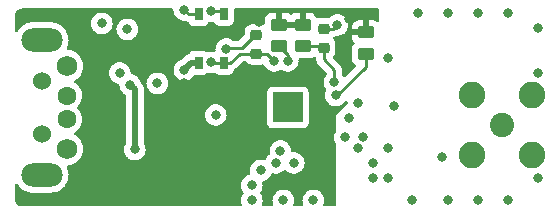
<source format=gbr>
G04 #@! TF.GenerationSoftware,KiCad,Pcbnew,6.0.4+dfsg-1+b1*
G04 #@! TF.CreationDate,2022-05-02T16:53:39-04:00*
G04 #@! TF.ProjectId,PortaNet,506f7274-614e-4657-942e-6b696361645f,4.0*
G04 #@! TF.SameCoordinates,Original*
G04 #@! TF.FileFunction,Copper,L4,Bot*
G04 #@! TF.FilePolarity,Positive*
%FSLAX46Y46*%
G04 Gerber Fmt 4.6, Leading zero omitted, Abs format (unit mm)*
G04 Created by KiCad (PCBNEW 6.0.4+dfsg-1+b1) date 2022-05-02 16:53:39*
%MOMM*%
%LPD*%
G01*
G04 APERTURE LIST*
G04 Aperture macros list*
%AMRoundRect*
0 Rectangle with rounded corners*
0 $1 Rounding radius*
0 $2 $3 $4 $5 $6 $7 $8 $9 X,Y pos of 4 corners*
0 Add a 4 corners polygon primitive as box body*
4,1,4,$2,$3,$4,$5,$6,$7,$8,$9,$2,$3,0*
0 Add four circle primitives for the rounded corners*
1,1,$1+$1,$2,$3*
1,1,$1+$1,$4,$5*
1,1,$1+$1,$6,$7*
1,1,$1+$1,$8,$9*
0 Add four rect primitives between the rounded corners*
20,1,$1+$1,$2,$3,$4,$5,0*
20,1,$1+$1,$4,$5,$6,$7,0*
20,1,$1+$1,$6,$7,$8,$9,0*
20,1,$1+$1,$8,$9,$2,$3,0*%
G04 Aperture macros list end*
G04 #@! TA.AperFunction,SMDPad,CuDef*
%ADD10R,0.650000X1.050000*%
G04 #@! TD*
G04 #@! TA.AperFunction,ComponentPad*
%ADD11C,2.050000*%
G04 #@! TD*
G04 #@! TA.AperFunction,ComponentPad*
%ADD12C,2.250000*%
G04 #@! TD*
G04 #@! TA.AperFunction,SMDPad,CuDef*
%ADD13RoundRect,0.225000X0.250000X-0.225000X0.250000X0.225000X-0.250000X0.225000X-0.250000X-0.225000X0*%
G04 #@! TD*
G04 #@! TA.AperFunction,SMDPad,CuDef*
%ADD14RoundRect,0.250000X0.450000X-0.262500X0.450000X0.262500X-0.450000X0.262500X-0.450000X-0.262500X0*%
G04 #@! TD*
G04 #@! TA.AperFunction,WasherPad*
%ADD15C,1.524000*%
G04 #@! TD*
G04 #@! TA.AperFunction,ComponentPad*
%ADD16C,1.750000*%
G04 #@! TD*
G04 #@! TA.AperFunction,ComponentPad*
%ADD17C,1.600000*%
G04 #@! TD*
G04 #@! TA.AperFunction,ComponentPad*
%ADD18O,3.500000X2.000000*%
G04 #@! TD*
G04 #@! TA.AperFunction,ComponentPad*
%ADD19C,0.500000*%
G04 #@! TD*
G04 #@! TA.AperFunction,SMDPad,CuDef*
%ADD20R,2.500000X2.500000*%
G04 #@! TD*
G04 #@! TA.AperFunction,ViaPad*
%ADD21C,0.800000*%
G04 #@! TD*
G04 #@! TA.AperFunction,Conductor*
%ADD22C,0.250000*%
G04 #@! TD*
G04 #@! TA.AperFunction,Conductor*
%ADD23C,0.500000*%
G04 #@! TD*
G04 APERTURE END LIST*
D10*
X157412000Y-67607000D03*
X157412000Y-63457000D03*
X155262000Y-67607000D03*
X155262000Y-63482000D03*
D11*
X180975000Y-72898000D03*
D12*
X183515000Y-75438000D03*
X178435000Y-70358000D03*
X178435000Y-75438000D03*
X183515000Y-70358000D03*
D13*
X160147000Y-66815000D03*
X160147000Y-65265000D03*
D14*
X169418000Y-65000500D03*
X169418000Y-66825500D03*
D15*
X141986000Y-69124000D03*
X141986000Y-73624000D03*
D16*
X144086000Y-74874000D03*
D17*
X144086000Y-72374000D03*
X144086000Y-70374000D03*
D16*
X144086000Y-67874000D03*
D18*
X141986000Y-77074000D03*
X141986000Y-65674000D03*
D19*
X162814000Y-70374000D03*
X163814000Y-72374000D03*
X161814000Y-71374000D03*
X161814000Y-70374000D03*
X162814000Y-71374000D03*
X163814000Y-70374000D03*
D20*
X162814000Y-71374000D03*
D19*
X163814000Y-71374000D03*
X161814000Y-72374000D03*
X162814000Y-72374000D03*
D13*
X165862000Y-66307000D03*
X165862000Y-64757000D03*
D14*
X162052000Y-66190500D03*
X162052000Y-64365500D03*
X164084000Y-66190500D03*
X164084000Y-64365500D03*
D21*
X154940000Y-69342000D03*
X153162000Y-69342000D03*
X149860000Y-74930000D03*
X149479000Y-69469000D03*
X175895000Y-75565000D03*
X171831000Y-71247000D03*
X154051000Y-68199000D03*
X158369000Y-72009000D03*
X156718000Y-72009000D03*
X154051000Y-69342000D03*
X151765000Y-69342000D03*
X148590000Y-68453000D03*
X147066000Y-64262000D03*
X154051000Y-63119000D03*
X149225000Y-64770000D03*
X156337000Y-63246000D03*
X156337000Y-67564000D03*
X157607000Y-66421000D03*
X160401000Y-64135000D03*
X168021000Y-63881000D03*
X167005000Y-64389000D03*
X171323000Y-67183000D03*
X178943000Y-63373000D03*
X176403000Y-63373000D03*
X184023000Y-64643000D03*
X184023000Y-68453000D03*
X184023000Y-77343000D03*
X181483000Y-63373000D03*
X181483000Y-79248000D03*
X178943000Y-79248000D03*
X176403000Y-79248000D03*
X169164000Y-73914000D03*
X161798000Y-76073000D03*
X173355000Y-79248000D03*
X171323000Y-77343000D03*
X171323000Y-74803000D03*
X173863000Y-63373000D03*
X168783000Y-70993000D03*
X168021000Y-72263000D03*
X166370000Y-74422000D03*
X162179000Y-75057000D03*
X160528000Y-76708000D03*
X159766000Y-77978000D03*
X167640000Y-73914000D03*
X168783000Y-74803000D03*
X170053000Y-76073000D03*
X170053000Y-77343000D03*
X164973000Y-79248000D03*
X162433000Y-79248000D03*
X159766000Y-79248000D03*
X163322000Y-76073000D03*
X166878000Y-70358000D03*
X166751000Y-69215000D03*
X162814000Y-67437000D03*
X161671000Y-67437000D03*
D22*
X165862000Y-64757000D02*
X166637000Y-64757000D01*
X166637000Y-64757000D02*
X167005000Y-64389000D01*
X160147000Y-66815000D02*
X161049000Y-66815000D01*
X161049000Y-66815000D02*
X161671000Y-67437000D01*
X165862000Y-66307000D02*
X165862000Y-67310000D01*
X165862000Y-67310000D02*
X166751000Y-68199000D01*
X166751000Y-68199000D02*
X166751000Y-69215000D01*
X164084000Y-66190500D02*
X165745500Y-66190500D01*
X165745500Y-66190500D02*
X165862000Y-66307000D01*
X162814000Y-67437000D02*
X162814000Y-66929000D01*
X162814000Y-66929000D02*
X162075500Y-66190500D01*
X162075500Y-66190500D02*
X162052000Y-66190500D01*
D23*
X149860000Y-74930000D02*
X149860000Y-69850000D01*
X149860000Y-69850000D02*
X149479000Y-69469000D01*
X155262000Y-67607000D02*
X154643000Y-67607000D01*
X154643000Y-67607000D02*
X154051000Y-68199000D01*
D22*
X155262000Y-63482000D02*
X154414000Y-63482000D01*
X154414000Y-63482000D02*
X154051000Y-63119000D01*
X156337000Y-63246000D02*
X157201000Y-63246000D01*
X157201000Y-63246000D02*
X157412000Y-63457000D01*
X157412000Y-67607000D02*
X156380000Y-67607000D01*
X156380000Y-67607000D02*
X156337000Y-67564000D01*
X157607000Y-66421000D02*
X157662520Y-66365480D01*
X157662520Y-66365480D02*
X158932520Y-66365480D01*
X158932520Y-66365480D02*
X160033000Y-65265000D01*
X160033000Y-65265000D02*
X160147000Y-65265000D01*
X160147000Y-66815000D02*
X158737000Y-66815000D01*
X158737000Y-66815000D02*
X157945000Y-67607000D01*
X157945000Y-67607000D02*
X157412000Y-67607000D01*
X169418000Y-66825500D02*
X169418000Y-67945000D01*
X167005000Y-70358000D02*
X166878000Y-70358000D01*
X169418000Y-67945000D02*
X167005000Y-70358000D01*
G04 #@! TA.AperFunction,Conductor*
G36*
X153080307Y-63012502D02*
G01*
X153126800Y-63066158D01*
X153137756Y-63116524D01*
X153137496Y-63119000D01*
X153157458Y-63308928D01*
X153216473Y-63490556D01*
X153219776Y-63496278D01*
X153219777Y-63496279D01*
X153229892Y-63513799D01*
X153311960Y-63655944D01*
X153316378Y-63660851D01*
X153316379Y-63660852D01*
X153418477Y-63774243D01*
X153439747Y-63797866D01*
X153458229Y-63811294D01*
X153581982Y-63901206D01*
X153594248Y-63910118D01*
X153600276Y-63912802D01*
X153600278Y-63912803D01*
X153757412Y-63982763D01*
X153768712Y-63987794D01*
X153862113Y-64007647D01*
X153949056Y-64026128D01*
X153949061Y-64026128D01*
X153955513Y-64027500D01*
X154053361Y-64027500D01*
X154103396Y-64037861D01*
X154129548Y-64049178D01*
X154140188Y-64054391D01*
X154178940Y-64075695D01*
X154186616Y-64077666D01*
X154186619Y-64077667D01*
X154198562Y-64080733D01*
X154217266Y-64087137D01*
X154217530Y-64087251D01*
X154235855Y-64095181D01*
X154243678Y-64096420D01*
X154243688Y-64096423D01*
X154279524Y-64102099D01*
X154291144Y-64104505D01*
X154318390Y-64111500D01*
X154333970Y-64115500D01*
X154347246Y-64115500D01*
X154415367Y-64135502D01*
X154461860Y-64189158D01*
X154465228Y-64197270D01*
X154473861Y-64220297D01*
X154486385Y-64253705D01*
X154573739Y-64370261D01*
X154690295Y-64457615D01*
X154826684Y-64508745D01*
X154888866Y-64515500D01*
X155635134Y-64515500D01*
X155697316Y-64508745D01*
X155833705Y-64457615D01*
X155950261Y-64370261D01*
X156037615Y-64253705D01*
X156040768Y-64245295D01*
X156049032Y-64223251D01*
X156091673Y-64166486D01*
X156158235Y-64141786D01*
X156193211Y-64144233D01*
X156235056Y-64153128D01*
X156235061Y-64153128D01*
X156241513Y-64154500D01*
X156432487Y-64154500D01*
X156438939Y-64153128D01*
X156438944Y-64153128D01*
X156489469Y-64142388D01*
X156560260Y-64147790D01*
X156616892Y-64190607D01*
X156628799Y-64212493D01*
X156628923Y-64212425D01*
X156633233Y-64220296D01*
X156636385Y-64228705D01*
X156723739Y-64345261D01*
X156840295Y-64432615D01*
X156976684Y-64483745D01*
X157038866Y-64490500D01*
X157785134Y-64490500D01*
X157847316Y-64483745D01*
X157983705Y-64432615D01*
X158100261Y-64345261D01*
X158187615Y-64228705D01*
X158238745Y-64092316D01*
X158245500Y-64030134D01*
X158245500Y-63118500D01*
X158265502Y-63050379D01*
X158319158Y-63003886D01*
X158371500Y-62992500D01*
X170435000Y-62992500D01*
X170503121Y-63012502D01*
X170549614Y-63066158D01*
X170561000Y-63118500D01*
X170561000Y-64054899D01*
X170540998Y-64123020D01*
X170487342Y-64169513D01*
X170417068Y-64179617D01*
X170352488Y-64150123D01*
X170346264Y-64144335D01*
X170334760Y-64135249D01*
X170196757Y-64050184D01*
X170183576Y-64044037D01*
X170029290Y-63992862D01*
X170015914Y-63989995D01*
X169921562Y-63980328D01*
X169915145Y-63980000D01*
X169690115Y-63980000D01*
X169674876Y-63984475D01*
X169673671Y-63985865D01*
X169672000Y-63993548D01*
X169672000Y-65128500D01*
X169651998Y-65196621D01*
X169598342Y-65243114D01*
X169546000Y-65254500D01*
X168228116Y-65254500D01*
X168212877Y-65258975D01*
X168211672Y-65260365D01*
X168210001Y-65268048D01*
X168210001Y-65310095D01*
X168210338Y-65316614D01*
X168220257Y-65412206D01*
X168223149Y-65425600D01*
X168274588Y-65579784D01*
X168280761Y-65592962D01*
X168366063Y-65730807D01*
X168375099Y-65742208D01*
X168456462Y-65823430D01*
X168490541Y-65885713D01*
X168485538Y-65956533D01*
X168456617Y-66001620D01*
X168373870Y-66084512D01*
X168373866Y-66084517D01*
X168368695Y-66089697D01*
X168364855Y-66095927D01*
X168364854Y-66095928D01*
X168285420Y-66224794D01*
X168275885Y-66240262D01*
X168273581Y-66247209D01*
X168225105Y-66393361D01*
X168220203Y-66408139D01*
X168219503Y-66414975D01*
X168219502Y-66414978D01*
X168215091Y-66458031D01*
X168209500Y-66512600D01*
X168209500Y-67138400D01*
X168209837Y-67141646D01*
X168209837Y-67141650D01*
X168217758Y-67217985D01*
X168220474Y-67244166D01*
X168222655Y-67250702D01*
X168222655Y-67250704D01*
X168261021Y-67365699D01*
X168276450Y-67411946D01*
X168369522Y-67562348D01*
X168494697Y-67687305D01*
X168500927Y-67691145D01*
X168500928Y-67691146D01*
X168535379Y-67712382D01*
X168582873Y-67765155D01*
X168594296Y-67835226D01*
X168566021Y-67900350D01*
X168558358Y-67908737D01*
X167715592Y-68751503D01*
X167653280Y-68785529D01*
X167582465Y-68780464D01*
X167525629Y-68737917D01*
X167517386Y-68725421D01*
X167490040Y-68678056D01*
X167416863Y-68596785D01*
X167386147Y-68532779D01*
X167384500Y-68512476D01*
X167384500Y-68277767D01*
X167385027Y-68266584D01*
X167386702Y-68259091D01*
X167384562Y-68191000D01*
X167384500Y-68187043D01*
X167384500Y-68159144D01*
X167383996Y-68155153D01*
X167383063Y-68143311D01*
X167382201Y-68115866D01*
X167381674Y-68099111D01*
X167379462Y-68091497D01*
X167379461Y-68091492D01*
X167376023Y-68079659D01*
X167372012Y-68060295D01*
X167370467Y-68048064D01*
X167369474Y-68040203D01*
X167366557Y-68032836D01*
X167366556Y-68032831D01*
X167353198Y-67999092D01*
X167349354Y-67987865D01*
X167339230Y-67953022D01*
X167337018Y-67945407D01*
X167326707Y-67927972D01*
X167318012Y-67910224D01*
X167310552Y-67891383D01*
X167300368Y-67877365D01*
X167284564Y-67855613D01*
X167278048Y-67845693D01*
X167259580Y-67814465D01*
X167259578Y-67814462D01*
X167255542Y-67807638D01*
X167241221Y-67793317D01*
X167228380Y-67778283D01*
X167226212Y-67775299D01*
X167216472Y-67761893D01*
X167210367Y-67756842D01*
X167210362Y-67756837D01*
X167182402Y-67733706D01*
X167173624Y-67725719D01*
X166916407Y-67468502D01*
X166653708Y-67205804D01*
X166619683Y-67143491D01*
X166624747Y-67072676D01*
X166653630Y-67027690D01*
X166669490Y-67011803D01*
X166691552Y-66989702D01*
X166706541Y-66965385D01*
X166777462Y-66850331D01*
X166777463Y-66850329D01*
X166781302Y-66844101D01*
X166835149Y-66681757D01*
X166845500Y-66580732D01*
X166845500Y-66033268D01*
X166834887Y-65930981D01*
X166799005Y-65823430D01*
X166783073Y-65775676D01*
X166783072Y-65775674D01*
X166780756Y-65768732D01*
X166767336Y-65747045D01*
X166694605Y-65629513D01*
X166694604Y-65629512D01*
X166690752Y-65623287D01*
X166685570Y-65618114D01*
X166681025Y-65612380D01*
X166682945Y-65610858D01*
X166654455Y-65558794D01*
X166659456Y-65487974D01*
X166682882Y-65451448D01*
X166681843Y-65450628D01*
X166686381Y-65444882D01*
X166691552Y-65439702D01*
X166695393Y-65433471D01*
X166699930Y-65427726D01*
X166701491Y-65428959D01*
X166746812Y-65388171D01*
X166785507Y-65376774D01*
X166787931Y-65376468D01*
X166787933Y-65376468D01*
X166795797Y-65375474D01*
X166803168Y-65372555D01*
X166803170Y-65372555D01*
X166836912Y-65359196D01*
X166848142Y-65355351D01*
X166882983Y-65345229D01*
X166882984Y-65345229D01*
X166890593Y-65343018D01*
X166897412Y-65338985D01*
X166897417Y-65338983D01*
X166908028Y-65332707D01*
X166925776Y-65324012D01*
X166944617Y-65316552D01*
X166949679Y-65312875D01*
X167009561Y-65297500D01*
X167100487Y-65297500D01*
X167106939Y-65296128D01*
X167106944Y-65296128D01*
X167193888Y-65277647D01*
X167287288Y-65257794D01*
X167294628Y-65254526D01*
X167455722Y-65182803D01*
X167455724Y-65182802D01*
X167461752Y-65180118D01*
X167476367Y-65169500D01*
X167533336Y-65128109D01*
X167616253Y-65067866D01*
X167649689Y-65030732D01*
X167739621Y-64930852D01*
X167739622Y-64930851D01*
X167744040Y-64925944D01*
X167830284Y-64776565D01*
X167836223Y-64766279D01*
X167836224Y-64766278D01*
X167839527Y-64760556D01*
X167849980Y-64728385D01*
X168210000Y-64728385D01*
X168214475Y-64743624D01*
X168215865Y-64744829D01*
X168223548Y-64746500D01*
X169145885Y-64746500D01*
X169161124Y-64742025D01*
X169162329Y-64740635D01*
X169164000Y-64732952D01*
X169164000Y-63998116D01*
X169159525Y-63982877D01*
X169158135Y-63981672D01*
X169150452Y-63980001D01*
X168920905Y-63980001D01*
X168914386Y-63980338D01*
X168818794Y-63990257D01*
X168805400Y-63993149D01*
X168651216Y-64044588D01*
X168638038Y-64050761D01*
X168500193Y-64136063D01*
X168488792Y-64145099D01*
X168374261Y-64259829D01*
X168365249Y-64271240D01*
X168280184Y-64409243D01*
X168274037Y-64422424D01*
X168222862Y-64576710D01*
X168219995Y-64590086D01*
X168210328Y-64684438D01*
X168210000Y-64690855D01*
X168210000Y-64728385D01*
X167849980Y-64728385D01*
X167898542Y-64578928D01*
X167902020Y-64545842D01*
X167917814Y-64395565D01*
X167918504Y-64389000D01*
X167916394Y-64368927D01*
X167899232Y-64205635D01*
X167899232Y-64205633D01*
X167898542Y-64199072D01*
X167839527Y-64017444D01*
X167744040Y-63852056D01*
X167698744Y-63801749D01*
X167620675Y-63715045D01*
X167620674Y-63715044D01*
X167616253Y-63710134D01*
X167488516Y-63617327D01*
X167467094Y-63601763D01*
X167467093Y-63601762D01*
X167461752Y-63597882D01*
X167455724Y-63595198D01*
X167455722Y-63595197D01*
X167293319Y-63522891D01*
X167293318Y-63522891D01*
X167287288Y-63520206D01*
X167174721Y-63496279D01*
X167106944Y-63481872D01*
X167106939Y-63481872D01*
X167100487Y-63480500D01*
X166909513Y-63480500D01*
X166903061Y-63481872D01*
X166903056Y-63481872D01*
X166835279Y-63496279D01*
X166722712Y-63520206D01*
X166716682Y-63522891D01*
X166716681Y-63522891D01*
X166554278Y-63595197D01*
X166554276Y-63595198D01*
X166548248Y-63597882D01*
X166542907Y-63601762D01*
X166542906Y-63601763D01*
X166449368Y-63669723D01*
X166393747Y-63710134D01*
X166389334Y-63715036D01*
X166389332Y-63715037D01*
X166344040Y-63765339D01*
X166283594Y-63802578D01*
X166237562Y-63806372D01*
X166160732Y-63798500D01*
X165563268Y-63798500D01*
X165560022Y-63798837D01*
X165560018Y-63798837D01*
X165531954Y-63801749D01*
X165460981Y-63809113D01*
X165374655Y-63837914D01*
X165303705Y-63840498D01*
X165242621Y-63804314D01*
X165225520Y-63779005D01*
X165225094Y-63779268D01*
X165135937Y-63635193D01*
X165126901Y-63623792D01*
X165012171Y-63509261D01*
X165000760Y-63500249D01*
X164862757Y-63415184D01*
X164849576Y-63409037D01*
X164695290Y-63357862D01*
X164681914Y-63354995D01*
X164587562Y-63345328D01*
X164581145Y-63345000D01*
X164356115Y-63345000D01*
X164340876Y-63349475D01*
X164339671Y-63350865D01*
X164338000Y-63358548D01*
X164338000Y-64493500D01*
X164317998Y-64561621D01*
X164264342Y-64608114D01*
X164212000Y-64619500D01*
X161924000Y-64619500D01*
X161855879Y-64599498D01*
X161809386Y-64545842D01*
X161798000Y-64493500D01*
X161798000Y-64093385D01*
X162306000Y-64093385D01*
X162310475Y-64108624D01*
X162311865Y-64109829D01*
X162319548Y-64111500D01*
X163811885Y-64111500D01*
X163827124Y-64107025D01*
X163828329Y-64105635D01*
X163830000Y-64097952D01*
X163830000Y-63363116D01*
X163825525Y-63347877D01*
X163824135Y-63346672D01*
X163816452Y-63345001D01*
X163586905Y-63345001D01*
X163580386Y-63345338D01*
X163484794Y-63355257D01*
X163471400Y-63358149D01*
X163317216Y-63409588D01*
X163304038Y-63415761D01*
X163166193Y-63501063D01*
X163149055Y-63514646D01*
X163147704Y-63512942D01*
X163094786Y-63541896D01*
X163023966Y-63536893D01*
X162986606Y-63512926D01*
X162985917Y-63513799D01*
X162968760Y-63500249D01*
X162830757Y-63415184D01*
X162817576Y-63409037D01*
X162663290Y-63357862D01*
X162649914Y-63354995D01*
X162555562Y-63345328D01*
X162549145Y-63345000D01*
X162324115Y-63345000D01*
X162308876Y-63349475D01*
X162307671Y-63350865D01*
X162306000Y-63358548D01*
X162306000Y-64093385D01*
X161798000Y-64093385D01*
X161798000Y-63363116D01*
X161793525Y-63347877D01*
X161792135Y-63346672D01*
X161784452Y-63345001D01*
X161554905Y-63345001D01*
X161548386Y-63345338D01*
X161452794Y-63355257D01*
X161439400Y-63358149D01*
X161285216Y-63409588D01*
X161272038Y-63415761D01*
X161134193Y-63501063D01*
X161122792Y-63510099D01*
X161008261Y-63624829D01*
X160999249Y-63636240D01*
X160914184Y-63774243D01*
X160908037Y-63787424D01*
X160856862Y-63941710D01*
X160853995Y-63955086D01*
X160844328Y-64049438D01*
X160844000Y-64055855D01*
X160844000Y-64240900D01*
X160823998Y-64309021D01*
X160770342Y-64355514D01*
X160700068Y-64365618D01*
X160678336Y-64360494D01*
X160546757Y-64316851D01*
X160539920Y-64316151D01*
X160539918Y-64316150D01*
X160498599Y-64311917D01*
X160445732Y-64306500D01*
X159848268Y-64306500D01*
X159845022Y-64306837D01*
X159845018Y-64306837D01*
X159810917Y-64310375D01*
X159745981Y-64317113D01*
X159739440Y-64319295D01*
X159739441Y-64319295D01*
X159590676Y-64368927D01*
X159590674Y-64368928D01*
X159583732Y-64371244D01*
X159577508Y-64375096D01*
X159577507Y-64375096D01*
X159534225Y-64401880D01*
X159438287Y-64461248D01*
X159317448Y-64582298D01*
X159227698Y-64727899D01*
X159173851Y-64890243D01*
X159163500Y-64991268D01*
X159163500Y-65186405D01*
X159143498Y-65254526D01*
X159126595Y-65275501D01*
X158707019Y-65695076D01*
X158644707Y-65729101D01*
X158617924Y-65731980D01*
X158245217Y-65731980D01*
X158177096Y-65711978D01*
X158171156Y-65707916D01*
X158069094Y-65633763D01*
X158069093Y-65633762D01*
X158063752Y-65629882D01*
X158057724Y-65627198D01*
X158057722Y-65627197D01*
X157895319Y-65554891D01*
X157895318Y-65554891D01*
X157889288Y-65552206D01*
X157794486Y-65532055D01*
X157708944Y-65513872D01*
X157708939Y-65513872D01*
X157702487Y-65512500D01*
X157511513Y-65512500D01*
X157505061Y-65513872D01*
X157505056Y-65513872D01*
X157419514Y-65532055D01*
X157324712Y-65552206D01*
X157318682Y-65554891D01*
X157318681Y-65554891D01*
X157156278Y-65627197D01*
X157156276Y-65627198D01*
X157150248Y-65629882D01*
X157144907Y-65633762D01*
X157144906Y-65633763D01*
X157136093Y-65640166D01*
X156995747Y-65742134D01*
X156991326Y-65747044D01*
X156991325Y-65747045D01*
X156886307Y-65863680D01*
X156867960Y-65884056D01*
X156826115Y-65956533D01*
X156779927Y-66036534D01*
X156772473Y-66049444D01*
X156713458Y-66231072D01*
X156712768Y-66237633D01*
X156712768Y-66237635D01*
X156704720Y-66314206D01*
X156693496Y-66421000D01*
X156705325Y-66533541D01*
X156706543Y-66545131D01*
X156693771Y-66614970D01*
X156645269Y-66666816D01*
X156576436Y-66684211D01*
X156555039Y-66681549D01*
X156514494Y-66672931D01*
X156438944Y-66656872D01*
X156438939Y-66656872D01*
X156432487Y-66655500D01*
X156241513Y-66655500D01*
X156235061Y-66656872D01*
X156235056Y-66656872D01*
X156150159Y-66674918D01*
X156054712Y-66695206D01*
X156048679Y-66697892D01*
X156048673Y-66697894D01*
X156037087Y-66703052D01*
X155966720Y-66712486D01*
X155910275Y-66688771D01*
X155867712Y-66656872D01*
X155833705Y-66631385D01*
X155697316Y-66580255D01*
X155635134Y-66573500D01*
X154888866Y-66573500D01*
X154826684Y-66580255D01*
X154690295Y-66631385D01*
X154573739Y-66718739D01*
X154568358Y-66725919D01*
X154486672Y-66834912D01*
X154428839Y-66877785D01*
X154398707Y-66888723D01*
X154394545Y-66890152D01*
X154332064Y-66910393D01*
X154332062Y-66910394D01*
X154325101Y-66912649D01*
X154318846Y-66916445D01*
X154313372Y-66918951D01*
X154307942Y-66921670D01*
X154301063Y-66924167D01*
X154240016Y-66964191D01*
X154236327Y-66966518D01*
X154216135Y-66978771D01*
X154178693Y-67001491D01*
X154178688Y-67001495D01*
X154173892Y-67004405D01*
X154165516Y-67011803D01*
X154165493Y-67011777D01*
X154162503Y-67014426D01*
X154159264Y-67017134D01*
X154153148Y-67021144D01*
X154148121Y-67026451D01*
X154148117Y-67026454D01*
X154099872Y-67077383D01*
X154097494Y-67079825D01*
X153894669Y-67282650D01*
X153831772Y-67316801D01*
X153775176Y-67328831D01*
X153775167Y-67328834D01*
X153768712Y-67330206D01*
X153762682Y-67332891D01*
X153762681Y-67332891D01*
X153600278Y-67405197D01*
X153600276Y-67405198D01*
X153594248Y-67407882D01*
X153588907Y-67411762D01*
X153588906Y-67411763D01*
X153564715Y-67429339D01*
X153439747Y-67520134D01*
X153435326Y-67525044D01*
X153435325Y-67525045D01*
X153319766Y-67653387D01*
X153311960Y-67662056D01*
X153270593Y-67733706D01*
X153231148Y-67802027D01*
X153216473Y-67827444D01*
X153157458Y-68009072D01*
X153156768Y-68015633D01*
X153156768Y-68015635D01*
X153145469Y-68123145D01*
X153137496Y-68199000D01*
X153138186Y-68205565D01*
X153156530Y-68380095D01*
X153157458Y-68388928D01*
X153216473Y-68570556D01*
X153219776Y-68576278D01*
X153219777Y-68576279D01*
X153232799Y-68598834D01*
X153311960Y-68735944D01*
X153316378Y-68740851D01*
X153316379Y-68740852D01*
X153403600Y-68837721D01*
X153439747Y-68877866D01*
X153466391Y-68897224D01*
X153575820Y-68976729D01*
X153594248Y-68990118D01*
X153600276Y-68992802D01*
X153600278Y-68992803D01*
X153672756Y-69025072D01*
X153768712Y-69067794D01*
X153845242Y-69084061D01*
X153949056Y-69106128D01*
X153949061Y-69106128D01*
X153955513Y-69107500D01*
X154146487Y-69107500D01*
X154152939Y-69106128D01*
X154152944Y-69106128D01*
X154256758Y-69084061D01*
X154333288Y-69067794D01*
X154429244Y-69025072D01*
X154501722Y-68992803D01*
X154501724Y-68992802D01*
X154507752Y-68990118D01*
X154526181Y-68976729D01*
X154635609Y-68897224D01*
X154662253Y-68877866D01*
X154698400Y-68837721D01*
X154785621Y-68740852D01*
X154785622Y-68740851D01*
X154790040Y-68735944D01*
X154808772Y-68703499D01*
X154860156Y-68654506D01*
X154917891Y-68640500D01*
X155635134Y-68640500D01*
X155697316Y-68633745D01*
X155833705Y-68582615D01*
X155950261Y-68495261D01*
X155956715Y-68486649D01*
X155958137Y-68485586D01*
X155961992Y-68481731D01*
X155962548Y-68482287D01*
X156013571Y-68444133D01*
X156083740Y-68438964D01*
X156099947Y-68442409D01*
X156235056Y-68471128D01*
X156235061Y-68471128D01*
X156241513Y-68472500D01*
X156432487Y-68472500D01*
X156438939Y-68471128D01*
X156438944Y-68471128D01*
X156574053Y-68442409D01*
X156590260Y-68438964D01*
X156661051Y-68444366D01*
X156711466Y-68482273D01*
X156712008Y-68481731D01*
X156715839Y-68485562D01*
X156717285Y-68486649D01*
X156723739Y-68495261D01*
X156840295Y-68582615D01*
X156976684Y-68633745D01*
X157038866Y-68640500D01*
X157785134Y-68640500D01*
X157847316Y-68633745D01*
X157983705Y-68582615D01*
X158100261Y-68495261D01*
X158187615Y-68378705D01*
X158238745Y-68242316D01*
X158240410Y-68226989D01*
X158267650Y-68161426D01*
X158301533Y-68132140D01*
X158329535Y-68115580D01*
X158329538Y-68115578D01*
X158336362Y-68111542D01*
X158350683Y-68097221D01*
X158365717Y-68084380D01*
X158375694Y-68077131D01*
X158382107Y-68072472D01*
X158410298Y-68038395D01*
X158418288Y-68029616D01*
X158962499Y-67485405D01*
X159024811Y-67451379D01*
X159051594Y-67448500D01*
X159218621Y-67448500D01*
X159286742Y-67468502D01*
X159315884Y-67494894D01*
X159318248Y-67498713D01*
X159439298Y-67619552D01*
X159445528Y-67623392D01*
X159445529Y-67623393D01*
X159560943Y-67694535D01*
X159584899Y-67709302D01*
X159747243Y-67763149D01*
X159754080Y-67763849D01*
X159754082Y-67763850D01*
X159795401Y-67768083D01*
X159848268Y-67773500D01*
X160445732Y-67773500D01*
X160448978Y-67773163D01*
X160448982Y-67773163D01*
X160483083Y-67769625D01*
X160548019Y-67762887D01*
X160573703Y-67754318D01*
X160674409Y-67720720D01*
X160745358Y-67718135D01*
X160806442Y-67754318D01*
X160831262Y-67796459D01*
X160831747Y-67796243D01*
X160833644Y-67800504D01*
X160834118Y-67801309D01*
X160836473Y-67808556D01*
X160839776Y-67814278D01*
X160839777Y-67814279D01*
X160857651Y-67845238D01*
X160931960Y-67973944D01*
X160936378Y-67978851D01*
X160936379Y-67978852D01*
X161037808Y-68091500D01*
X161059747Y-68115866D01*
X161113822Y-68155154D01*
X161183207Y-68205565D01*
X161214248Y-68228118D01*
X161220276Y-68230802D01*
X161220278Y-68230803D01*
X161382681Y-68303109D01*
X161388712Y-68305794D01*
X161457056Y-68320321D01*
X161569056Y-68344128D01*
X161569061Y-68344128D01*
X161575513Y-68345500D01*
X161766487Y-68345500D01*
X161772939Y-68344128D01*
X161772944Y-68344128D01*
X161884944Y-68320321D01*
X161953288Y-68305794D01*
X161959319Y-68303109D01*
X162121722Y-68230803D01*
X162121724Y-68230802D01*
X162127752Y-68228118D01*
X162133397Y-68224017D01*
X162168439Y-68198557D01*
X162235306Y-68174699D01*
X162304458Y-68190779D01*
X162316561Y-68198557D01*
X162351604Y-68224017D01*
X162357248Y-68228118D01*
X162363276Y-68230802D01*
X162363278Y-68230803D01*
X162525681Y-68303109D01*
X162531712Y-68305794D01*
X162600056Y-68320321D01*
X162712056Y-68344128D01*
X162712061Y-68344128D01*
X162718513Y-68345500D01*
X162909487Y-68345500D01*
X162915939Y-68344128D01*
X162915944Y-68344128D01*
X163027944Y-68320321D01*
X163096288Y-68305794D01*
X163102319Y-68303109D01*
X163264722Y-68230803D01*
X163264724Y-68230802D01*
X163270752Y-68228118D01*
X163301794Y-68205565D01*
X163371178Y-68155154D01*
X163425253Y-68115866D01*
X163447192Y-68091500D01*
X163548621Y-67978852D01*
X163548622Y-67978851D01*
X163553040Y-67973944D01*
X163627349Y-67845238D01*
X163645223Y-67814279D01*
X163645224Y-67814278D01*
X163648527Y-67808556D01*
X163707542Y-67626928D01*
X163709296Y-67610246D01*
X163726814Y-67443565D01*
X163727504Y-67437000D01*
X163718430Y-67350669D01*
X163731202Y-67280833D01*
X163779704Y-67228986D01*
X163843740Y-67211500D01*
X164584400Y-67211500D01*
X164587646Y-67211163D01*
X164587650Y-67211163D01*
X164683308Y-67201238D01*
X164683312Y-67201237D01*
X164690166Y-67200526D01*
X164696702Y-67198345D01*
X164696704Y-67198345D01*
X164850998Y-67146868D01*
X164857946Y-67144550D01*
X164947486Y-67089141D01*
X164976527Y-67071170D01*
X165044979Y-67052332D01*
X165112749Y-67073493D01*
X165131847Y-67089140D01*
X165154298Y-67111552D01*
X165160530Y-67115394D01*
X165160532Y-67115395D01*
X165168617Y-67120379D01*
X165216110Y-67173152D01*
X165228500Y-67227638D01*
X165228500Y-67231233D01*
X165227973Y-67242416D01*
X165226298Y-67249909D01*
X165226547Y-67257835D01*
X165226547Y-67257836D01*
X165228438Y-67317986D01*
X165228500Y-67321945D01*
X165228500Y-67349856D01*
X165228997Y-67353790D01*
X165228997Y-67353791D01*
X165229005Y-67353856D01*
X165229938Y-67365693D01*
X165231327Y-67409889D01*
X165236187Y-67426617D01*
X165236978Y-67429339D01*
X165240987Y-67448700D01*
X165243526Y-67468797D01*
X165246445Y-67476168D01*
X165246445Y-67476170D01*
X165259804Y-67509912D01*
X165263649Y-67521142D01*
X165273771Y-67555983D01*
X165275982Y-67563593D01*
X165280015Y-67570412D01*
X165280017Y-67570417D01*
X165286293Y-67581028D01*
X165294988Y-67598776D01*
X165302448Y-67617617D01*
X165307110Y-67624033D01*
X165307110Y-67624034D01*
X165328436Y-67653387D01*
X165334952Y-67663307D01*
X165349145Y-67687305D01*
X165357458Y-67701362D01*
X165371779Y-67715683D01*
X165384619Y-67730716D01*
X165396528Y-67747107D01*
X165402633Y-67752158D01*
X165402638Y-67752163D01*
X165430604Y-67775299D01*
X165439382Y-67783287D01*
X166080065Y-68423970D01*
X166114091Y-68486282D01*
X166109026Y-68557097D01*
X166084609Y-68597371D01*
X166011960Y-68678056D01*
X165916473Y-68843444D01*
X165857458Y-69025072D01*
X165856768Y-69031633D01*
X165856768Y-69031635D01*
X165844770Y-69145794D01*
X165837496Y-69215000D01*
X165838186Y-69221565D01*
X165853966Y-69371699D01*
X165857458Y-69404928D01*
X165916473Y-69586556D01*
X166011960Y-69751944D01*
X166052400Y-69796858D01*
X166083116Y-69860863D01*
X166074352Y-69931317D01*
X166067882Y-69944166D01*
X166046777Y-69980721D01*
X166043473Y-69986444D01*
X165984458Y-70168072D01*
X165983768Y-70174633D01*
X165983768Y-70174635D01*
X165974154Y-70266106D01*
X165964496Y-70358000D01*
X165984458Y-70547928D01*
X166043473Y-70729556D01*
X166138960Y-70894944D01*
X166266747Y-71036866D01*
X166273351Y-71041664D01*
X166408982Y-71140206D01*
X166421248Y-71149118D01*
X166427276Y-71151802D01*
X166427278Y-71151803D01*
X166575695Y-71217882D01*
X166595712Y-71226794D01*
X166689113Y-71246647D01*
X166776056Y-71265128D01*
X166776061Y-71265128D01*
X166782513Y-71266500D01*
X166973487Y-71266500D01*
X166979939Y-71265128D01*
X166979944Y-71265128D01*
X167066887Y-71246647D01*
X167160288Y-71226794D01*
X167180305Y-71217882D01*
X167328722Y-71151803D01*
X167328724Y-71151802D01*
X167334752Y-71149118D01*
X167347019Y-71140206D01*
X167482649Y-71041664D01*
X167489253Y-71036866D01*
X167617040Y-70894944D01*
X167641892Y-70851899D01*
X167693273Y-70802907D01*
X167762986Y-70789470D01*
X167828897Y-70815857D01*
X167870080Y-70873688D01*
X167876320Y-70928069D01*
X167871282Y-70976007D01*
X167844270Y-71041664D01*
X167835067Y-71051933D01*
X166878000Y-72009000D01*
X166878000Y-73383063D01*
X166861119Y-73446062D01*
X166805473Y-73542444D01*
X166746458Y-73724072D01*
X166745768Y-73730633D01*
X166745768Y-73730635D01*
X166727186Y-73907435D01*
X166726496Y-73914000D01*
X166727186Y-73920565D01*
X166741862Y-74060196D01*
X166746458Y-74103928D01*
X166805473Y-74285556D01*
X166808776Y-74291278D01*
X166808777Y-74291279D01*
X166861119Y-74381937D01*
X166878000Y-74444937D01*
X166878000Y-79629500D01*
X166857998Y-79697621D01*
X166804342Y-79744114D01*
X166752000Y-79755500D01*
X165936780Y-79755500D01*
X165868659Y-79735498D01*
X165822166Y-79681842D01*
X165812062Y-79611568D01*
X165816947Y-79590563D01*
X165844884Y-79504585D01*
X165866542Y-79437928D01*
X165870918Y-79396299D01*
X165885814Y-79254565D01*
X165886504Y-79248000D01*
X165869318Y-79084487D01*
X165867232Y-79064635D01*
X165867232Y-79064633D01*
X165866542Y-79058072D01*
X165807527Y-78876444D01*
X165712040Y-78711056D01*
X165595261Y-78581359D01*
X165588675Y-78574045D01*
X165588674Y-78574044D01*
X165584253Y-78569134D01*
X165437454Y-78462478D01*
X165435094Y-78460763D01*
X165435093Y-78460762D01*
X165429752Y-78456882D01*
X165423724Y-78454198D01*
X165423722Y-78454197D01*
X165261319Y-78381891D01*
X165261318Y-78381891D01*
X165255288Y-78379206D01*
X165142721Y-78355279D01*
X165074944Y-78340872D01*
X165074939Y-78340872D01*
X165068487Y-78339500D01*
X164877513Y-78339500D01*
X164871061Y-78340872D01*
X164871056Y-78340872D01*
X164803279Y-78355279D01*
X164690712Y-78379206D01*
X164684682Y-78381891D01*
X164684681Y-78381891D01*
X164522278Y-78454197D01*
X164522276Y-78454198D01*
X164516248Y-78456882D01*
X164510907Y-78460762D01*
X164510906Y-78460763D01*
X164508546Y-78462478D01*
X164361747Y-78569134D01*
X164357326Y-78574044D01*
X164357325Y-78574045D01*
X164350740Y-78581359D01*
X164233960Y-78711056D01*
X164138473Y-78876444D01*
X164079458Y-79058072D01*
X164078768Y-79064633D01*
X164078768Y-79064635D01*
X164076682Y-79084487D01*
X164059496Y-79248000D01*
X164060186Y-79254565D01*
X164075083Y-79396299D01*
X164079458Y-79437928D01*
X164101117Y-79504585D01*
X164129053Y-79590563D01*
X164131081Y-79661531D01*
X164094418Y-79722329D01*
X164030706Y-79753655D01*
X164009220Y-79755500D01*
X163396780Y-79755500D01*
X163328659Y-79735498D01*
X163282166Y-79681842D01*
X163272062Y-79611568D01*
X163276947Y-79590563D01*
X163304884Y-79504585D01*
X163326542Y-79437928D01*
X163330918Y-79396299D01*
X163345814Y-79254565D01*
X163346504Y-79248000D01*
X163329318Y-79084487D01*
X163327232Y-79064635D01*
X163327232Y-79064633D01*
X163326542Y-79058072D01*
X163267527Y-78876444D01*
X163172040Y-78711056D01*
X163055261Y-78581359D01*
X163048675Y-78574045D01*
X163048674Y-78574044D01*
X163044253Y-78569134D01*
X162897454Y-78462478D01*
X162895094Y-78460763D01*
X162895093Y-78460762D01*
X162889752Y-78456882D01*
X162883724Y-78454198D01*
X162883722Y-78454197D01*
X162721319Y-78381891D01*
X162721318Y-78381891D01*
X162715288Y-78379206D01*
X162602721Y-78355279D01*
X162534944Y-78340872D01*
X162534939Y-78340872D01*
X162528487Y-78339500D01*
X162337513Y-78339500D01*
X162331061Y-78340872D01*
X162331056Y-78340872D01*
X162263279Y-78355279D01*
X162150712Y-78379206D01*
X162144682Y-78381891D01*
X162144681Y-78381891D01*
X161982278Y-78454197D01*
X161982276Y-78454198D01*
X161976248Y-78456882D01*
X161970907Y-78460762D01*
X161970906Y-78460763D01*
X161968546Y-78462478D01*
X161821747Y-78569134D01*
X161817326Y-78574044D01*
X161817325Y-78574045D01*
X161810740Y-78581359D01*
X161693960Y-78711056D01*
X161598473Y-78876444D01*
X161539458Y-79058072D01*
X161538768Y-79064633D01*
X161538768Y-79064635D01*
X161536682Y-79084487D01*
X161519496Y-79248000D01*
X161520186Y-79254565D01*
X161535083Y-79396299D01*
X161539458Y-79437928D01*
X161561117Y-79504585D01*
X161589053Y-79590563D01*
X161591081Y-79661531D01*
X161554418Y-79722329D01*
X161490706Y-79753655D01*
X161469220Y-79755500D01*
X160729780Y-79755500D01*
X160661659Y-79735498D01*
X160615166Y-79681842D01*
X160605062Y-79611568D01*
X160609947Y-79590563D01*
X160637884Y-79504585D01*
X160659542Y-79437928D01*
X160663918Y-79396299D01*
X160678814Y-79254565D01*
X160679504Y-79248000D01*
X160662318Y-79084487D01*
X160660232Y-79064635D01*
X160660232Y-79064633D01*
X160659542Y-79058072D01*
X160600527Y-78876444D01*
X160505040Y-78711056D01*
X160492662Y-78697309D01*
X160461946Y-78633303D01*
X160470710Y-78562850D01*
X160492661Y-78528693D01*
X160505040Y-78514944D01*
X160600527Y-78349556D01*
X160659542Y-78167928D01*
X160679504Y-77978000D01*
X160669198Y-77879944D01*
X160660233Y-77794642D01*
X160660232Y-77794635D01*
X160659542Y-77788072D01*
X160648310Y-77753504D01*
X160646282Y-77682538D01*
X160682944Y-77621740D01*
X160741945Y-77591322D01*
X160803824Y-77578169D01*
X160803833Y-77578166D01*
X160810288Y-77576794D01*
X160816319Y-77574109D01*
X160978722Y-77501803D01*
X160978724Y-77501802D01*
X160984752Y-77499118D01*
X161139253Y-77386866D01*
X161218247Y-77299134D01*
X161262621Y-77249852D01*
X161262622Y-77249851D01*
X161267040Y-77244944D01*
X161362527Y-77079556D01*
X161365795Y-77069500D01*
X161379235Y-77028135D01*
X161419309Y-76969530D01*
X161484706Y-76941893D01*
X161525265Y-76943825D01*
X161696056Y-76980128D01*
X161696061Y-76980128D01*
X161702513Y-76981500D01*
X161893487Y-76981500D01*
X161899939Y-76980128D01*
X161899944Y-76980128D01*
X161986887Y-76961647D01*
X162080288Y-76941794D01*
X162086319Y-76939109D01*
X162248722Y-76866803D01*
X162248724Y-76866802D01*
X162254752Y-76864118D01*
X162409253Y-76751866D01*
X162466365Y-76688436D01*
X162526810Y-76651198D01*
X162597794Y-76652550D01*
X162653634Y-76688436D01*
X162710747Y-76751866D01*
X162865248Y-76864118D01*
X162871276Y-76866802D01*
X162871278Y-76866803D01*
X163033681Y-76939109D01*
X163039712Y-76941794D01*
X163133113Y-76961647D01*
X163220056Y-76980128D01*
X163220061Y-76980128D01*
X163226513Y-76981500D01*
X163417487Y-76981500D01*
X163423939Y-76980128D01*
X163423944Y-76980128D01*
X163510887Y-76961647D01*
X163604288Y-76941794D01*
X163610319Y-76939109D01*
X163772722Y-76866803D01*
X163772724Y-76866802D01*
X163778752Y-76864118D01*
X163933253Y-76751866D01*
X164012247Y-76664134D01*
X164056621Y-76614852D01*
X164056622Y-76614851D01*
X164061040Y-76609944D01*
X164156527Y-76444556D01*
X164215542Y-76262928D01*
X164216325Y-76255484D01*
X164234814Y-76079565D01*
X164235504Y-76073000D01*
X164220547Y-75930690D01*
X164216232Y-75889635D01*
X164216232Y-75889633D01*
X164215542Y-75883072D01*
X164156527Y-75701444D01*
X164061040Y-75536056D01*
X164028510Y-75499927D01*
X163937675Y-75399045D01*
X163937674Y-75399044D01*
X163933253Y-75394134D01*
X163805831Y-75301556D01*
X163784094Y-75285763D01*
X163784093Y-75285762D01*
X163778752Y-75281882D01*
X163772724Y-75279198D01*
X163772722Y-75279197D01*
X163610319Y-75206891D01*
X163610318Y-75206891D01*
X163604288Y-75204206D01*
X163510887Y-75184353D01*
X163423944Y-75165872D01*
X163423939Y-75165872D01*
X163417487Y-75164500D01*
X163226513Y-75164500D01*
X163226513Y-75164040D01*
X163160681Y-75151997D01*
X163108837Y-75103492D01*
X163092045Y-75052632D01*
X163073232Y-74873635D01*
X163073232Y-74873633D01*
X163072542Y-74867072D01*
X163013527Y-74685444D01*
X162994464Y-74652425D01*
X162921341Y-74525774D01*
X162918040Y-74520056D01*
X162838254Y-74431444D01*
X162794675Y-74383045D01*
X162794674Y-74383044D01*
X162790253Y-74378134D01*
X162662831Y-74285556D01*
X162641094Y-74269763D01*
X162641093Y-74269762D01*
X162635752Y-74265882D01*
X162629724Y-74263198D01*
X162629722Y-74263197D01*
X162467319Y-74190891D01*
X162467318Y-74190891D01*
X162461288Y-74188206D01*
X162367887Y-74168353D01*
X162280944Y-74149872D01*
X162280939Y-74149872D01*
X162274487Y-74148500D01*
X162083513Y-74148500D01*
X162077061Y-74149872D01*
X162077056Y-74149872D01*
X161990113Y-74168353D01*
X161896712Y-74188206D01*
X161890682Y-74190891D01*
X161890681Y-74190891D01*
X161728278Y-74263197D01*
X161728276Y-74263198D01*
X161722248Y-74265882D01*
X161716907Y-74269762D01*
X161716906Y-74269763D01*
X161695169Y-74285556D01*
X161567747Y-74378134D01*
X161563326Y-74383044D01*
X161563325Y-74383045D01*
X161519747Y-74431444D01*
X161439960Y-74520056D01*
X161436659Y-74525774D01*
X161363537Y-74652425D01*
X161344473Y-74685444D01*
X161285458Y-74867072D01*
X161284768Y-74873633D01*
X161284768Y-74873635D01*
X161277602Y-74941815D01*
X161265496Y-75057000D01*
X161266186Y-75063565D01*
X161285225Y-75244714D01*
X161272453Y-75314552D01*
X161233976Y-75359820D01*
X161186747Y-75394134D01*
X161182326Y-75399044D01*
X161182325Y-75399045D01*
X161091491Y-75499927D01*
X161058960Y-75536056D01*
X160963473Y-75701444D01*
X160961433Y-75707724D01*
X160961432Y-75707725D01*
X160946765Y-75752865D01*
X160906691Y-75811470D01*
X160841294Y-75839107D01*
X160800735Y-75837175D01*
X160629944Y-75800872D01*
X160629939Y-75800872D01*
X160623487Y-75799500D01*
X160432513Y-75799500D01*
X160426061Y-75800872D01*
X160426056Y-75800872D01*
X160339113Y-75819353D01*
X160245712Y-75839206D01*
X160239682Y-75841891D01*
X160239681Y-75841891D01*
X160077278Y-75914197D01*
X160077276Y-75914198D01*
X160071248Y-75916882D01*
X159916747Y-76029134D01*
X159788960Y-76171056D01*
X159693473Y-76336444D01*
X159634458Y-76518072D01*
X159614496Y-76708000D01*
X159615186Y-76714565D01*
X159633028Y-76884320D01*
X159634458Y-76897928D01*
X159645690Y-76932496D01*
X159647718Y-77003462D01*
X159611056Y-77064260D01*
X159552055Y-77094678D01*
X159490176Y-77107831D01*
X159490167Y-77107834D01*
X159483712Y-77109206D01*
X159477682Y-77111891D01*
X159477681Y-77111891D01*
X159315278Y-77184197D01*
X159315276Y-77184198D01*
X159309248Y-77186882D01*
X159154747Y-77299134D01*
X159150326Y-77304044D01*
X159150325Y-77304045D01*
X159072257Y-77390749D01*
X159026960Y-77441056D01*
X159023659Y-77446774D01*
X158947798Y-77578169D01*
X158931473Y-77606444D01*
X158872458Y-77788072D01*
X158871768Y-77794633D01*
X158871768Y-77794635D01*
X158862802Y-77879944D01*
X158852496Y-77978000D01*
X158872458Y-78167928D01*
X158931473Y-78349556D01*
X159026960Y-78514944D01*
X159039338Y-78528691D01*
X159070054Y-78592697D01*
X159061290Y-78663150D01*
X159039339Y-78697307D01*
X159026960Y-78711056D01*
X158931473Y-78876444D01*
X158872458Y-79058072D01*
X158871768Y-79064633D01*
X158871768Y-79064635D01*
X158869682Y-79084487D01*
X158852496Y-79248000D01*
X158853186Y-79254565D01*
X158868083Y-79396299D01*
X158872458Y-79437928D01*
X158894117Y-79504585D01*
X158922053Y-79590563D01*
X158924081Y-79661531D01*
X158887418Y-79722329D01*
X158823706Y-79753655D01*
X158802220Y-79755500D01*
X140384367Y-79755500D01*
X140364982Y-79754000D01*
X140350148Y-79751690D01*
X140350145Y-79751690D01*
X140341276Y-79750309D01*
X140332374Y-79751473D01*
X140332250Y-79751489D01*
X140301808Y-79751760D01*
X140207916Y-79741181D01*
X140180408Y-79734902D01*
X140073102Y-79697354D01*
X140047681Y-79685112D01*
X139951415Y-79624624D01*
X139929356Y-79607032D01*
X139848968Y-79526644D01*
X139831376Y-79504585D01*
X139770888Y-79408319D01*
X139758646Y-79382898D01*
X139721098Y-79275592D01*
X139714819Y-79248085D01*
X139705170Y-79162451D01*
X139704888Y-79137640D01*
X139705576Y-79133552D01*
X139705729Y-79121000D01*
X139701773Y-79093376D01*
X139700500Y-79075514D01*
X139700500Y-77907975D01*
X139720502Y-77839854D01*
X139774158Y-77793361D01*
X139844432Y-77783257D01*
X139909012Y-77812751D01*
X139930711Y-77837151D01*
X140056544Y-78022307D01*
X140223332Y-78198681D01*
X140227358Y-78201759D01*
X140227359Y-78201760D01*
X140412154Y-78343047D01*
X140412158Y-78343050D01*
X140416174Y-78346120D01*
X140420632Y-78348510D01*
X140420633Y-78348511D01*
X140539953Y-78412490D01*
X140630109Y-78460831D01*
X140859631Y-78539862D01*
X140958978Y-78557022D01*
X141094926Y-78580504D01*
X141094932Y-78580505D01*
X141098836Y-78581179D01*
X141102797Y-78581359D01*
X141102798Y-78581359D01*
X141126506Y-78582436D01*
X141126525Y-78582436D01*
X141127925Y-78582500D01*
X142797001Y-78582500D01*
X142799509Y-78582298D01*
X142799514Y-78582298D01*
X142972924Y-78568346D01*
X142972929Y-78568345D01*
X142977965Y-78567940D01*
X142982873Y-78566734D01*
X142982876Y-78566734D01*
X143208792Y-78511244D01*
X143213706Y-78510037D01*
X143218358Y-78508062D01*
X143218362Y-78508061D01*
X143432498Y-78417165D01*
X143437156Y-78415188D01*
X143543037Y-78348511D01*
X143638288Y-78288528D01*
X143638291Y-78288526D01*
X143642567Y-78285833D01*
X143688166Y-78245633D01*
X143820858Y-78128650D01*
X143820861Y-78128647D01*
X143824655Y-78125302D01*
X143912696Y-78018119D01*
X143975526Y-77941628D01*
X143975528Y-77941625D01*
X143978734Y-77937722D01*
X144062013Y-77794635D01*
X144098299Y-77732290D01*
X144098300Y-77732288D01*
X144100841Y-77727922D01*
X144149357Y-77601532D01*
X144186020Y-77506022D01*
X144186021Y-77506018D01*
X144187833Y-77501298D01*
X144220903Y-77343000D01*
X144236440Y-77268631D01*
X144236440Y-77268627D01*
X144237474Y-77263680D01*
X144248486Y-77021183D01*
X144246436Y-77003462D01*
X144221167Y-76785071D01*
X144221166Y-76785067D01*
X144220585Y-76780044D01*
X144212612Y-76751866D01*
X144155866Y-76551331D01*
X144154490Y-76546468D01*
X144152356Y-76541892D01*
X144152354Y-76541886D01*
X144101375Y-76432562D01*
X144090714Y-76362370D01*
X144119694Y-76297557D01*
X144179114Y-76258701D01*
X144199560Y-76254333D01*
X144369504Y-76232563D01*
X144369505Y-76232563D01*
X144374632Y-76231906D01*
X144432136Y-76214654D01*
X144587591Y-76168015D01*
X144587592Y-76168014D01*
X144592537Y-76166531D01*
X144796839Y-76066444D01*
X144801043Y-76063446D01*
X144801047Y-76063443D01*
X144977847Y-75937333D01*
X144977849Y-75937331D01*
X144982051Y-75934334D01*
X145143199Y-75773747D01*
X145190641Y-75707725D01*
X145272938Y-75593198D01*
X145272942Y-75593192D01*
X145275956Y-75588997D01*
X145369836Y-75399045D01*
X145374461Y-75389688D01*
X145374462Y-75389686D01*
X145376755Y-75385046D01*
X145442890Y-75167370D01*
X145444914Y-75151997D01*
X145472148Y-74945136D01*
X145472148Y-74945132D01*
X145472585Y-74941815D01*
X145473634Y-74898874D01*
X145474160Y-74877365D01*
X145474160Y-74877361D01*
X145474242Y-74874000D01*
X145455601Y-74647264D01*
X145400178Y-74426617D01*
X145329121Y-74263197D01*
X145311522Y-74222722D01*
X145311520Y-74222719D01*
X145309462Y-74217985D01*
X145185890Y-74026971D01*
X145032779Y-73858704D01*
X144854241Y-73717704D01*
X144849717Y-73715206D01*
X144849713Y-73715204D01*
X144804122Y-73690036D01*
X144754151Y-73639603D01*
X144739380Y-73570160D01*
X144764497Y-73503755D01*
X144792745Y-73476515D01*
X144925789Y-73383357D01*
X144925792Y-73383355D01*
X144930300Y-73380198D01*
X145092198Y-73218300D01*
X145109834Y-73193114D01*
X145159011Y-73122882D01*
X145223523Y-73030749D01*
X145225846Y-73025767D01*
X145225849Y-73025762D01*
X145317961Y-72828225D01*
X145317961Y-72828224D01*
X145320284Y-72823243D01*
X145326481Y-72800118D01*
X145378119Y-72607402D01*
X145378119Y-72607400D01*
X145379543Y-72602087D01*
X145399498Y-72374000D01*
X145379543Y-72145913D01*
X145320284Y-71924757D01*
X145268075Y-71812794D01*
X145225849Y-71722238D01*
X145225846Y-71722233D01*
X145223523Y-71717251D01*
X145092198Y-71529700D01*
X145025593Y-71463095D01*
X144991567Y-71400783D01*
X144996632Y-71329968D01*
X145025593Y-71284905D01*
X145092198Y-71218300D01*
X145223523Y-71030749D01*
X145225846Y-71025767D01*
X145225849Y-71025762D01*
X145317961Y-70828225D01*
X145317961Y-70828224D01*
X145320284Y-70823243D01*
X145379543Y-70602087D01*
X145399498Y-70374000D01*
X145379543Y-70145913D01*
X145367799Y-70102083D01*
X145321707Y-69930067D01*
X145321706Y-69930065D01*
X145320284Y-69924757D01*
X145296255Y-69873226D01*
X145225849Y-69722238D01*
X145225846Y-69722233D01*
X145223523Y-69717251D01*
X145142505Y-69601545D01*
X145095357Y-69534211D01*
X145095355Y-69534208D01*
X145092198Y-69529700D01*
X144930300Y-69367802D01*
X144925792Y-69364645D01*
X144925789Y-69364643D01*
X144795620Y-69273498D01*
X144751292Y-69218041D01*
X144743983Y-69147422D01*
X144776014Y-69084061D01*
X144797231Y-69066993D01*
X144796839Y-69066444D01*
X144977847Y-68937333D01*
X144977849Y-68937331D01*
X144982051Y-68934334D01*
X145143199Y-68773747D01*
X145204956Y-68687804D01*
X145272938Y-68593198D01*
X145272942Y-68593192D01*
X145275956Y-68588997D01*
X145333184Y-68473206D01*
X145343170Y-68453000D01*
X147676496Y-68453000D01*
X147677186Y-68459565D01*
X147691824Y-68598834D01*
X147696458Y-68642928D01*
X147755473Y-68824556D01*
X147850960Y-68989944D01*
X147855378Y-68994851D01*
X147855379Y-68994852D01*
X147882589Y-69025072D01*
X147978747Y-69131866D01*
X148077843Y-69203864D01*
X148102207Y-69221565D01*
X148133248Y-69244118D01*
X148139276Y-69246802D01*
X148139278Y-69246803D01*
X148271611Y-69305721D01*
X148307712Y-69321794D01*
X148371888Y-69335435D01*
X148466383Y-69355521D01*
X148528857Y-69389250D01*
X148563178Y-69451399D01*
X148565117Y-69469040D01*
X148565496Y-69469000D01*
X148581604Y-69622255D01*
X148585458Y-69658928D01*
X148644473Y-69840556D01*
X148647776Y-69846278D01*
X148647777Y-69846279D01*
X148665684Y-69877295D01*
X148739960Y-70005944D01*
X148867747Y-70147866D01*
X148942093Y-70201882D01*
X149007122Y-70249128D01*
X149022248Y-70260118D01*
X149028280Y-70262803D01*
X149034000Y-70266106D01*
X149033157Y-70267566D01*
X149080851Y-70308111D01*
X149101500Y-70377229D01*
X149101500Y-74393001D01*
X149084619Y-74456000D01*
X149025473Y-74558444D01*
X148966458Y-74740072D01*
X148965768Y-74746633D01*
X148965768Y-74746635D01*
X148957651Y-74823863D01*
X148946496Y-74930000D01*
X148947186Y-74936565D01*
X148964731Y-75103492D01*
X148966458Y-75119928D01*
X149025473Y-75301556D01*
X149120960Y-75466944D01*
X149125378Y-75471851D01*
X149125379Y-75471852D01*
X149230857Y-75588997D01*
X149248747Y-75608866D01*
X149291515Y-75639939D01*
X149384820Y-75707729D01*
X149403248Y-75721118D01*
X149409276Y-75723802D01*
X149409278Y-75723803D01*
X149571681Y-75796109D01*
X149577712Y-75798794D01*
X149637348Y-75811470D01*
X149758056Y-75837128D01*
X149758061Y-75837128D01*
X149764513Y-75838500D01*
X149955487Y-75838500D01*
X149961939Y-75837128D01*
X149961944Y-75837128D01*
X150082652Y-75811470D01*
X150142288Y-75798794D01*
X150148319Y-75796109D01*
X150310722Y-75723803D01*
X150310724Y-75723802D01*
X150316752Y-75721118D01*
X150335181Y-75707729D01*
X150428485Y-75639939D01*
X150471253Y-75608866D01*
X150489143Y-75588997D01*
X150594621Y-75471852D01*
X150594622Y-75471851D01*
X150599040Y-75466944D01*
X150694527Y-75301556D01*
X150753542Y-75119928D01*
X150755270Y-75103492D01*
X150772814Y-74936565D01*
X150773504Y-74930000D01*
X150762349Y-74823863D01*
X150754232Y-74746635D01*
X150754232Y-74746633D01*
X150753542Y-74740072D01*
X150694527Y-74558444D01*
X150635381Y-74456000D01*
X150618500Y-74393001D01*
X150618500Y-72009000D01*
X155804496Y-72009000D01*
X155824458Y-72198928D01*
X155883473Y-72380556D01*
X155886776Y-72386278D01*
X155886777Y-72386279D01*
X155909456Y-72425560D01*
X155978960Y-72545944D01*
X155983378Y-72550851D01*
X155983379Y-72550852D01*
X156102325Y-72682955D01*
X156106747Y-72687866D01*
X156261248Y-72800118D01*
X156267276Y-72802802D01*
X156267278Y-72802803D01*
X156429681Y-72875109D01*
X156435712Y-72877794D01*
X156529112Y-72897647D01*
X156616056Y-72916128D01*
X156616061Y-72916128D01*
X156622513Y-72917500D01*
X156813487Y-72917500D01*
X156819939Y-72916128D01*
X156819944Y-72916128D01*
X156906888Y-72897647D01*
X157000288Y-72877794D01*
X157006319Y-72875109D01*
X157168722Y-72802803D01*
X157168724Y-72802802D01*
X157174752Y-72800118D01*
X157329253Y-72687866D01*
X157333675Y-72682955D01*
X157452621Y-72550852D01*
X157452622Y-72550851D01*
X157457040Y-72545944D01*
X157526544Y-72425560D01*
X157549223Y-72386279D01*
X157549224Y-72386278D01*
X157552527Y-72380556D01*
X157558120Y-72363343D01*
X161050775Y-72363343D01*
X161052521Y-72381151D01*
X161054899Y-72405402D01*
X161055500Y-72417698D01*
X161055500Y-72672134D01*
X161062255Y-72734316D01*
X161113385Y-72870705D01*
X161200739Y-72987261D01*
X161317295Y-73074615D01*
X161453684Y-73125745D01*
X161515866Y-73132500D01*
X161754933Y-73132500D01*
X161771595Y-73133607D01*
X161778765Y-73134563D01*
X161791035Y-73136201D01*
X161791038Y-73136201D01*
X161798015Y-73137132D01*
X161805026Y-73136494D01*
X161805030Y-73136494D01*
X161843208Y-73133019D01*
X161854628Y-73132500D01*
X162754933Y-73132500D01*
X162771595Y-73133607D01*
X162778765Y-73134563D01*
X162791035Y-73136201D01*
X162791038Y-73136201D01*
X162798015Y-73137132D01*
X162805026Y-73136494D01*
X162805030Y-73136494D01*
X162843208Y-73133019D01*
X162854628Y-73132500D01*
X163754933Y-73132500D01*
X163771595Y-73133607D01*
X163778765Y-73134563D01*
X163791035Y-73136201D01*
X163791038Y-73136201D01*
X163798015Y-73137132D01*
X163805026Y-73136494D01*
X163805030Y-73136494D01*
X163843208Y-73133019D01*
X163854628Y-73132500D01*
X164112134Y-73132500D01*
X164174316Y-73125745D01*
X164310705Y-73074615D01*
X164427261Y-72987261D01*
X164514615Y-72870705D01*
X164565745Y-72734316D01*
X164572500Y-72672134D01*
X164572500Y-72436151D01*
X164573726Y-72418615D01*
X164576452Y-72399221D01*
X164576452Y-72399218D01*
X164577001Y-72395313D01*
X164577127Y-72386279D01*
X164577244Y-72377961D01*
X164577244Y-72377955D01*
X164577299Y-72374000D01*
X164573285Y-72338213D01*
X164572500Y-72324169D01*
X164572500Y-71436151D01*
X164573726Y-71418615D01*
X164576452Y-71399221D01*
X164576452Y-71399218D01*
X164577001Y-71395313D01*
X164577299Y-71374000D01*
X164573285Y-71338213D01*
X164572500Y-71324169D01*
X164572500Y-70436151D01*
X164573726Y-70418615D01*
X164576452Y-70399221D01*
X164576452Y-70399218D01*
X164577001Y-70395313D01*
X164577209Y-70380457D01*
X164577244Y-70377961D01*
X164577244Y-70377955D01*
X164577299Y-70374000D01*
X164573285Y-70338213D01*
X164572500Y-70324169D01*
X164572500Y-70075866D01*
X164565745Y-70013684D01*
X164514615Y-69877295D01*
X164427261Y-69760739D01*
X164310705Y-69673385D01*
X164174316Y-69622255D01*
X164112134Y-69615500D01*
X163866905Y-69615500D01*
X163851987Y-69614614D01*
X163826323Y-69611554D01*
X163819329Y-69610720D01*
X163812326Y-69611456D01*
X163812325Y-69611456D01*
X163780414Y-69614810D01*
X163767244Y-69615500D01*
X162866905Y-69615500D01*
X162851987Y-69614614D01*
X162826323Y-69611554D01*
X162819329Y-69610720D01*
X162812326Y-69611456D01*
X162812325Y-69611456D01*
X162780414Y-69614810D01*
X162767244Y-69615500D01*
X161866905Y-69615500D01*
X161851987Y-69614614D01*
X161826323Y-69611554D01*
X161819329Y-69610720D01*
X161812326Y-69611456D01*
X161812325Y-69611456D01*
X161780414Y-69614810D01*
X161767244Y-69615500D01*
X161515866Y-69615500D01*
X161453684Y-69622255D01*
X161317295Y-69673385D01*
X161200739Y-69760739D01*
X161113385Y-69877295D01*
X161062255Y-70013684D01*
X161055500Y-70075866D01*
X161055500Y-70318017D01*
X161054506Y-70333809D01*
X161050775Y-70363343D01*
X161052357Y-70379475D01*
X161054899Y-70405402D01*
X161055500Y-70417698D01*
X161055500Y-71318017D01*
X161054506Y-71333809D01*
X161050775Y-71363343D01*
X161053523Y-71391366D01*
X161054899Y-71405402D01*
X161055500Y-71417698D01*
X161055500Y-72318017D01*
X161054506Y-72333809D01*
X161050775Y-72363343D01*
X157558120Y-72363343D01*
X157611542Y-72198928D01*
X157631504Y-72009000D01*
X157622126Y-71919775D01*
X157612232Y-71825635D01*
X157612232Y-71825633D01*
X157611542Y-71819072D01*
X157552527Y-71637444D01*
X157457040Y-71472056D01*
X157448972Y-71463095D01*
X157333675Y-71335045D01*
X157333674Y-71335044D01*
X157329253Y-71330134D01*
X157188907Y-71228166D01*
X157180094Y-71221763D01*
X157180093Y-71221762D01*
X157174752Y-71217882D01*
X157168724Y-71215198D01*
X157168722Y-71215197D01*
X157006319Y-71142891D01*
X157006318Y-71142891D01*
X157000288Y-71140206D01*
X156906887Y-71120353D01*
X156819944Y-71101872D01*
X156819939Y-71101872D01*
X156813487Y-71100500D01*
X156622513Y-71100500D01*
X156616061Y-71101872D01*
X156616056Y-71101872D01*
X156529113Y-71120353D01*
X156435712Y-71140206D01*
X156429682Y-71142891D01*
X156429681Y-71142891D01*
X156267278Y-71215197D01*
X156267276Y-71215198D01*
X156261248Y-71217882D01*
X156255907Y-71221762D01*
X156255906Y-71221763D01*
X156247093Y-71228166D01*
X156106747Y-71330134D01*
X156102326Y-71335044D01*
X156102325Y-71335045D01*
X155987029Y-71463095D01*
X155978960Y-71472056D01*
X155883473Y-71637444D01*
X155824458Y-71819072D01*
X155823768Y-71825633D01*
X155823768Y-71825635D01*
X155813874Y-71919775D01*
X155804496Y-72009000D01*
X150618500Y-72009000D01*
X150618500Y-69917063D01*
X150619933Y-69898114D01*
X150622097Y-69883886D01*
X150623198Y-69876651D01*
X150618915Y-69823990D01*
X150618500Y-69813777D01*
X150618500Y-69805707D01*
X150618078Y-69802087D01*
X150618077Y-69802069D01*
X150615208Y-69777461D01*
X150614775Y-69773086D01*
X150613442Y-69756689D01*
X150612590Y-69746226D01*
X150609454Y-69707661D01*
X150609453Y-69707658D01*
X150608860Y-69700363D01*
X150606604Y-69693399D01*
X150605413Y-69687440D01*
X150604029Y-69681585D01*
X150603182Y-69674319D01*
X150578265Y-69605673D01*
X150576848Y-69601545D01*
X150556607Y-69539064D01*
X150556606Y-69539062D01*
X150554351Y-69532101D01*
X150550555Y-69525846D01*
X150548049Y-69520372D01*
X150545330Y-69514942D01*
X150542833Y-69508063D01*
X150502809Y-69447016D01*
X150500472Y-69443312D01*
X150465509Y-69385693D01*
X150465505Y-69385688D01*
X150462595Y-69380892D01*
X150455197Y-69372516D01*
X150455223Y-69372493D01*
X150452574Y-69369503D01*
X150449866Y-69366264D01*
X150445856Y-69360148D01*
X150440549Y-69355121D01*
X150440546Y-69355117D01*
X150426699Y-69342000D01*
X150851496Y-69342000D01*
X150852186Y-69348565D01*
X150853546Y-69361500D01*
X150871458Y-69531928D01*
X150930473Y-69713556D01*
X150933776Y-69719278D01*
X150933777Y-69719279D01*
X150949335Y-69746226D01*
X151025960Y-69878944D01*
X151030378Y-69883851D01*
X151030379Y-69883852D01*
X151060282Y-69917063D01*
X151153747Y-70020866D01*
X151224772Y-70072469D01*
X151295982Y-70124206D01*
X151308248Y-70133118D01*
X151314276Y-70135802D01*
X151314278Y-70135803D01*
X151386756Y-70168072D01*
X151482712Y-70210794D01*
X151576113Y-70230647D01*
X151663056Y-70249128D01*
X151663061Y-70249128D01*
X151669513Y-70250500D01*
X151860487Y-70250500D01*
X151866939Y-70249128D01*
X151866944Y-70249128D01*
X151953887Y-70230647D01*
X152047288Y-70210794D01*
X152143244Y-70168072D01*
X152215722Y-70135803D01*
X152215724Y-70135802D01*
X152221752Y-70133118D01*
X152234019Y-70124206D01*
X152305228Y-70072469D01*
X152376253Y-70020866D01*
X152469718Y-69917063D01*
X152499621Y-69883852D01*
X152499622Y-69883851D01*
X152504040Y-69878944D01*
X152580665Y-69746226D01*
X152596223Y-69719279D01*
X152596224Y-69719278D01*
X152599527Y-69713556D01*
X152658542Y-69531928D01*
X152676455Y-69361500D01*
X152677814Y-69348565D01*
X152678504Y-69342000D01*
X152677814Y-69335435D01*
X152659232Y-69158635D01*
X152659232Y-69158633D01*
X152658542Y-69152072D01*
X152599527Y-68970444D01*
X152504040Y-68805056D01*
X152376253Y-68663134D01*
X152248831Y-68570556D01*
X152227094Y-68554763D01*
X152227093Y-68554762D01*
X152221752Y-68550882D01*
X152215724Y-68548198D01*
X152215722Y-68548197D01*
X152053319Y-68475891D01*
X152053318Y-68475891D01*
X152047288Y-68473206D01*
X151952039Y-68452960D01*
X151866944Y-68434872D01*
X151866939Y-68434872D01*
X151860487Y-68433500D01*
X151669513Y-68433500D01*
X151663061Y-68434872D01*
X151663056Y-68434872D01*
X151577961Y-68452960D01*
X151482712Y-68473206D01*
X151476682Y-68475891D01*
X151476681Y-68475891D01*
X151314278Y-68548197D01*
X151314276Y-68548198D01*
X151308248Y-68550882D01*
X151302907Y-68554762D01*
X151302906Y-68554763D01*
X151281169Y-68570556D01*
X151153747Y-68663134D01*
X151025960Y-68805056D01*
X150930473Y-68970444D01*
X150871458Y-69152072D01*
X150870768Y-69158633D01*
X150870768Y-69158635D01*
X150852186Y-69335435D01*
X150851496Y-69342000D01*
X150426699Y-69342000D01*
X150401272Y-69317913D01*
X150368092Y-69265377D01*
X150361185Y-69244118D01*
X150313527Y-69097444D01*
X150218040Y-68932056D01*
X150172744Y-68881749D01*
X150094675Y-68795045D01*
X150094674Y-68795044D01*
X150090253Y-68790134D01*
X149956717Y-68693114D01*
X149941094Y-68681763D01*
X149941093Y-68681762D01*
X149935752Y-68677882D01*
X149929724Y-68675198D01*
X149929722Y-68675197D01*
X149767319Y-68602891D01*
X149767318Y-68602891D01*
X149761288Y-68600206D01*
X149648721Y-68576279D01*
X149602617Y-68566479D01*
X149540143Y-68532750D01*
X149505822Y-68470601D01*
X149503883Y-68452960D01*
X149503504Y-68453000D01*
X149484232Y-68269635D01*
X149484232Y-68269633D01*
X149483542Y-68263072D01*
X149424527Y-68081444D01*
X149400717Y-68040203D01*
X149370499Y-67987865D01*
X149329040Y-67916056D01*
X149306825Y-67891383D01*
X149205675Y-67779045D01*
X149205674Y-67779044D01*
X149201253Y-67774134D01*
X149080605Y-67686478D01*
X149052094Y-67665763D01*
X149052093Y-67665762D01*
X149046752Y-67661882D01*
X149040724Y-67659198D01*
X149040722Y-67659197D01*
X148878319Y-67586891D01*
X148878318Y-67586891D01*
X148872288Y-67584206D01*
X148769455Y-67562348D01*
X148691944Y-67545872D01*
X148691939Y-67545872D01*
X148685487Y-67544500D01*
X148494513Y-67544500D01*
X148488061Y-67545872D01*
X148488056Y-67545872D01*
X148410545Y-67562348D01*
X148307712Y-67584206D01*
X148301682Y-67586891D01*
X148301681Y-67586891D01*
X148139278Y-67659197D01*
X148139276Y-67659198D01*
X148133248Y-67661882D01*
X148127907Y-67665762D01*
X148127906Y-67665763D01*
X148099395Y-67686478D01*
X147978747Y-67774134D01*
X147974326Y-67779044D01*
X147974325Y-67779045D01*
X147873176Y-67891383D01*
X147850960Y-67916056D01*
X147809501Y-67987865D01*
X147779284Y-68040203D01*
X147755473Y-68081444D01*
X147696458Y-68263072D01*
X147695768Y-68269633D01*
X147695768Y-68269635D01*
X147678401Y-68434872D01*
X147676496Y-68453000D01*
X145343170Y-68453000D01*
X145374461Y-68389688D01*
X145374462Y-68389686D01*
X145376755Y-68385046D01*
X145424776Y-68226989D01*
X145441388Y-68172314D01*
X145441388Y-68172313D01*
X145442890Y-68167370D01*
X145445985Y-68143864D01*
X145472148Y-67945136D01*
X145472148Y-67945132D01*
X145472585Y-67941815D01*
X145472923Y-67927972D01*
X145474160Y-67877365D01*
X145474160Y-67877361D01*
X145474242Y-67874000D01*
X145455601Y-67647264D01*
X145404435Y-67443565D01*
X145401437Y-67431629D01*
X145401437Y-67431628D01*
X145400178Y-67426617D01*
X145323343Y-67249909D01*
X145311522Y-67222722D01*
X145311520Y-67222719D01*
X145309462Y-67217985D01*
X145214484Y-67071170D01*
X145188698Y-67031311D01*
X145188696Y-67031308D01*
X145185890Y-67026971D01*
X145032779Y-66858704D01*
X144854241Y-66717704D01*
X144846369Y-66713358D01*
X144762057Y-66666816D01*
X144655072Y-66607757D01*
X144650203Y-66606033D01*
X144650199Y-66606031D01*
X144445496Y-66533541D01*
X144445492Y-66533540D01*
X144440621Y-66531815D01*
X144435528Y-66530908D01*
X144435525Y-66530907D01*
X144221744Y-66492827D01*
X144221741Y-66492827D01*
X144216645Y-66491919D01*
X144211469Y-66491856D01*
X144209250Y-66491646D01*
X144143314Y-66465320D01*
X144102078Y-66407526D01*
X144098634Y-66336613D01*
X144103479Y-66321051D01*
X144186020Y-66106022D01*
X144186021Y-66106018D01*
X144187833Y-66101298D01*
X144198666Y-66049444D01*
X144236440Y-65868631D01*
X144236440Y-65868627D01*
X144237474Y-65863680D01*
X144248486Y-65621183D01*
X144247905Y-65616159D01*
X144221167Y-65385071D01*
X144221166Y-65385067D01*
X144220585Y-65380044D01*
X144210734Y-65345229D01*
X144155866Y-65151331D01*
X144154490Y-65146468D01*
X144152356Y-65141892D01*
X144152354Y-65141886D01*
X144054038Y-64931046D01*
X144054036Y-64931042D01*
X144051901Y-64926464D01*
X143915456Y-64725693D01*
X143748668Y-64549319D01*
X143696715Y-64509598D01*
X143559846Y-64404953D01*
X143559842Y-64404950D01*
X143555826Y-64401880D01*
X143506893Y-64375642D01*
X143346352Y-64289561D01*
X143341891Y-64287169D01*
X143268795Y-64262000D01*
X146152496Y-64262000D01*
X146153186Y-64268565D01*
X146166947Y-64399489D01*
X146172458Y-64451928D01*
X146231473Y-64633556D01*
X146326960Y-64798944D01*
X146331378Y-64803851D01*
X146331379Y-64803852D01*
X146409166Y-64890243D01*
X146454747Y-64940866D01*
X146524119Y-64991268D01*
X146563773Y-65020078D01*
X146609248Y-65053118D01*
X146615276Y-65055802D01*
X146615278Y-65055803D01*
X146651094Y-65071749D01*
X146783712Y-65130794D01*
X146877113Y-65150647D01*
X146964056Y-65169128D01*
X146964061Y-65169128D01*
X146970513Y-65170500D01*
X147161487Y-65170500D01*
X147167939Y-65169128D01*
X147167944Y-65169128D01*
X147254887Y-65150647D01*
X147348288Y-65130794D01*
X147480906Y-65071749D01*
X147516722Y-65055803D01*
X147516724Y-65055802D01*
X147522752Y-65053118D01*
X147568228Y-65020078D01*
X147607881Y-64991268D01*
X147677253Y-64940866D01*
X147722834Y-64890243D01*
X147800621Y-64803852D01*
X147800622Y-64803851D01*
X147805040Y-64798944D01*
X147821751Y-64770000D01*
X148311496Y-64770000D01*
X148312186Y-64776565D01*
X148329899Y-64945092D01*
X148331458Y-64959928D01*
X148390473Y-65141556D01*
X148393776Y-65147278D01*
X148393777Y-65147279D01*
X148407184Y-65170500D01*
X148485960Y-65306944D01*
X148490378Y-65311851D01*
X148490379Y-65311852D01*
X148559031Y-65388098D01*
X148613747Y-65448866D01*
X148701331Y-65512500D01*
X148755982Y-65552206D01*
X148768248Y-65561118D01*
X148774276Y-65563802D01*
X148774278Y-65563803D01*
X148921866Y-65629513D01*
X148942712Y-65638794D01*
X149036112Y-65658647D01*
X149123056Y-65677128D01*
X149123061Y-65677128D01*
X149129513Y-65678500D01*
X149320487Y-65678500D01*
X149326939Y-65677128D01*
X149326944Y-65677128D01*
X149413888Y-65658647D01*
X149507288Y-65638794D01*
X149528134Y-65629513D01*
X149675722Y-65563803D01*
X149675724Y-65563802D01*
X149681752Y-65561118D01*
X149694019Y-65552206D01*
X149748669Y-65512500D01*
X149836253Y-65448866D01*
X149890969Y-65388098D01*
X149959621Y-65311852D01*
X149959622Y-65311851D01*
X149964040Y-65306944D01*
X150042816Y-65170500D01*
X150056223Y-65147279D01*
X150056224Y-65147278D01*
X150059527Y-65141556D01*
X150118542Y-64959928D01*
X150120102Y-64945092D01*
X150137814Y-64776565D01*
X150138504Y-64770000D01*
X150118542Y-64580072D01*
X150059527Y-64398444D01*
X150054075Y-64389000D01*
X150012014Y-64316150D01*
X149964040Y-64233056D01*
X149952194Y-64219899D01*
X149840675Y-64096045D01*
X149840674Y-64096044D01*
X149836253Y-64091134D01*
X149700994Y-63992862D01*
X149687094Y-63982763D01*
X149687093Y-63982762D01*
X149681752Y-63978882D01*
X149675724Y-63976198D01*
X149675722Y-63976197D01*
X149513319Y-63903891D01*
X149513318Y-63903891D01*
X149507288Y-63901206D01*
X149413888Y-63881353D01*
X149326944Y-63862872D01*
X149326939Y-63862872D01*
X149320487Y-63861500D01*
X149129513Y-63861500D01*
X149123061Y-63862872D01*
X149123056Y-63862872D01*
X149036112Y-63881353D01*
X148942712Y-63901206D01*
X148936682Y-63903891D01*
X148936681Y-63903891D01*
X148774278Y-63976197D01*
X148774276Y-63976198D01*
X148768248Y-63978882D01*
X148762907Y-63982762D01*
X148762906Y-63982763D01*
X148749006Y-63992862D01*
X148613747Y-64091134D01*
X148609326Y-64096044D01*
X148609325Y-64096045D01*
X148497807Y-64219899D01*
X148485960Y-64233056D01*
X148437986Y-64316150D01*
X148395926Y-64389000D01*
X148390473Y-64398444D01*
X148331458Y-64580072D01*
X148311496Y-64770000D01*
X147821751Y-64770000D01*
X147900527Y-64633556D01*
X147959542Y-64451928D01*
X147965054Y-64399489D01*
X147978814Y-64268565D01*
X147979504Y-64262000D01*
X147969571Y-64167496D01*
X147960232Y-64078635D01*
X147960232Y-64078633D01*
X147959542Y-64072072D01*
X147900527Y-63890444D01*
X147805040Y-63725056D01*
X147746843Y-63660421D01*
X147681675Y-63588045D01*
X147681674Y-63588044D01*
X147677253Y-63583134D01*
X147543299Y-63485810D01*
X147528094Y-63474763D01*
X147528093Y-63474762D01*
X147522752Y-63470882D01*
X147516724Y-63468198D01*
X147516722Y-63468197D01*
X147354319Y-63395891D01*
X147354318Y-63395891D01*
X147348288Y-63393206D01*
X147254888Y-63373353D01*
X147167944Y-63354872D01*
X147167939Y-63354872D01*
X147161487Y-63353500D01*
X146970513Y-63353500D01*
X146964061Y-63354872D01*
X146964056Y-63354872D01*
X146877112Y-63373353D01*
X146783712Y-63393206D01*
X146777682Y-63395891D01*
X146777681Y-63395891D01*
X146615278Y-63468197D01*
X146615276Y-63468198D01*
X146609248Y-63470882D01*
X146603907Y-63474762D01*
X146603906Y-63474763D01*
X146588701Y-63485810D01*
X146454747Y-63583134D01*
X146450326Y-63588044D01*
X146450325Y-63588045D01*
X146385158Y-63660421D01*
X146326960Y-63725056D01*
X146231473Y-63890444D01*
X146172458Y-64072072D01*
X146171768Y-64078633D01*
X146171768Y-64078635D01*
X146162429Y-64167496D01*
X146152496Y-64262000D01*
X143268795Y-64262000D01*
X143112369Y-64208138D01*
X143002484Y-64189158D01*
X142877074Y-64167496D01*
X142877068Y-64167495D01*
X142873164Y-64166821D01*
X142869203Y-64166641D01*
X142869202Y-64166641D01*
X142845494Y-64165564D01*
X142845475Y-64165564D01*
X142844075Y-64165500D01*
X141174999Y-64165500D01*
X141172491Y-64165702D01*
X141172486Y-64165702D01*
X140999076Y-64179654D01*
X140999071Y-64179655D01*
X140994035Y-64180060D01*
X140989127Y-64181266D01*
X140989124Y-64181266D01*
X140818191Y-64223251D01*
X140758294Y-64237963D01*
X140753642Y-64239938D01*
X140753638Y-64239939D01*
X140704279Y-64260891D01*
X140534844Y-64332812D01*
X140506531Y-64350642D01*
X140333712Y-64459472D01*
X140333709Y-64459474D01*
X140329433Y-64462167D01*
X140304957Y-64483745D01*
X140151142Y-64619350D01*
X140151139Y-64619353D01*
X140147345Y-64622698D01*
X140144135Y-64626606D01*
X140144134Y-64626607D01*
X140002576Y-64798944D01*
X139993266Y-64810278D01*
X139990725Y-64814644D01*
X139990718Y-64814654D01*
X139935398Y-64909703D01*
X139883845Y-64958516D01*
X139814085Y-64971709D01*
X139748267Y-64945092D01*
X139707287Y-64887116D01*
X139700500Y-64846322D01*
X139700500Y-63680250D01*
X139702246Y-63659345D01*
X139704770Y-63644344D01*
X139704770Y-63644341D01*
X139705576Y-63639552D01*
X139705729Y-63627000D01*
X139705040Y-63622188D01*
X139704723Y-63617327D01*
X139705008Y-63617308D01*
X139704607Y-63590550D01*
X139714819Y-63499915D01*
X139721098Y-63472406D01*
X139721632Y-63470882D01*
X139758646Y-63365100D01*
X139770888Y-63339681D01*
X139831376Y-63243415D01*
X139848968Y-63221356D01*
X139929356Y-63140968D01*
X139951415Y-63123376D01*
X140047681Y-63062888D01*
X140073101Y-63050646D01*
X140073864Y-63050379D01*
X140180408Y-63013097D01*
X140207915Y-63006819D01*
X140295226Y-62996982D01*
X140310868Y-62997077D01*
X140310879Y-62996200D01*
X140319851Y-62996310D01*
X140328724Y-62997691D01*
X140337626Y-62996527D01*
X140337628Y-62996527D01*
X140352677Y-62994559D01*
X140360286Y-62993564D01*
X140376621Y-62992500D01*
X153012186Y-62992500D01*
X153080307Y-63012502D01*
G37*
G04 #@! TD.AperFunction*
M02*

</source>
